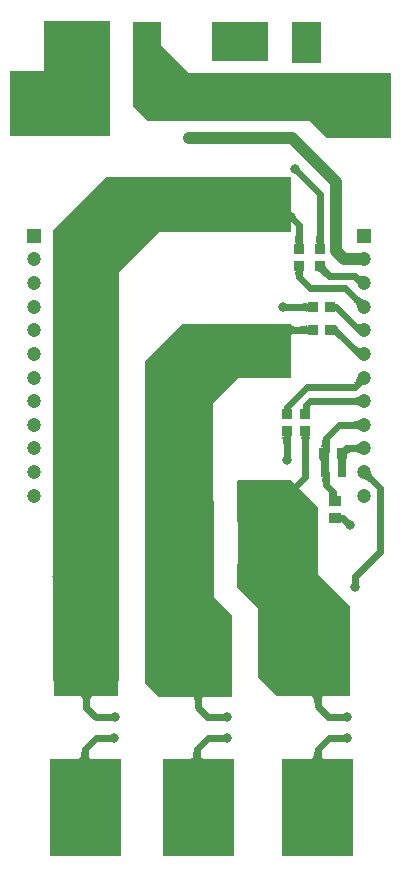
<source format=gtl>
G04*
G04 #@! TF.GenerationSoftware,Altium Limited,Altium Designer,20.0.2 (26)*
G04*
G04 Layer_Physical_Order=1*
G04 Layer_Color=255*
%FSLAX25Y25*%
%MOIN*%
G70*
G01*
G75*
%ADD11R,0.03740X0.03543*%
%ADD12R,0.21654X0.11221*%
%ADD13R,0.03543X0.03740*%
%ADD14R,0.03937X0.03347*%
%ADD15R,0.02953X0.03701*%
%ADD24C,0.03937*%
%ADD25C,0.02362*%
%ADD26C,0.04724*%
%ADD27R,0.04724X0.04724*%
%ADD28C,0.01575*%
%ADD29C,0.03150*%
G36*
X657990Y324000D02*
X639558Y324000D01*
X639442Y337000D01*
X657990Y337000D01*
Y324000D01*
D02*
G37*
G36*
X675661Y323661D02*
X675500Y323500D01*
X666171D01*
Y337000D01*
X675661D01*
Y323661D01*
D02*
G37*
G36*
X605521Y299072D02*
X605449Y299000D01*
X572000D01*
Y320537D01*
X583500D01*
Y337500D01*
X605521D01*
Y299072D01*
D02*
G37*
G36*
X622500Y329250D02*
X631750Y320000D01*
X699000D01*
Y298500D01*
X677500D01*
X672000Y304000D01*
X618173D01*
X613000Y309173D01*
X613000Y337000D01*
X622500D01*
X622500Y329250D01*
D02*
G37*
G36*
X676688Y265126D02*
X676742Y264370D01*
X676789Y264063D01*
X676850Y263803D01*
X676925Y263590D01*
X677013Y263425D01*
X677114Y263307D01*
X677229Y263236D01*
X677358Y263212D01*
X673642D01*
X673771Y263236D01*
X673886Y263307D01*
X673987Y263425D01*
X674075Y263590D01*
X674150Y263803D01*
X674211Y264063D01*
X674258Y264370D01*
X674292Y264724D01*
X674319Y265575D01*
X676681D01*
X676688Y265126D01*
D02*
G37*
G36*
X669637D02*
X669691Y264370D01*
X669738Y264063D01*
X669799Y263803D01*
X669874Y263590D01*
X669962Y263425D01*
X670063Y263307D01*
X670178Y263236D01*
X670307Y263212D01*
X666591D01*
X666719Y263236D01*
X666834Y263307D01*
X666936Y263425D01*
X667024Y263590D01*
X667099Y263803D01*
X667159Y264063D01*
X667207Y264370D01*
X667241Y264724D01*
X667268Y265575D01*
X669630D01*
X669637Y265126D01*
D02*
G37*
G36*
X677280Y256161D02*
X677265Y256024D01*
X677303Y255852D01*
X677393Y255646D01*
X677535Y255406D01*
X677729Y255131D01*
X677976Y254822D01*
X678625Y254101D01*
X679028Y253689D01*
X677260Y252117D01*
X676854Y252514D01*
X675834Y253400D01*
X675560Y253594D01*
X675319Y253736D01*
X675111Y253829D01*
X674936Y253870D01*
X674794Y253860D01*
X674684Y253800D01*
X677346Y256264D01*
X677280Y256161D01*
D02*
G37*
G36*
X670127Y253783D02*
X670043Y253732D01*
X669970Y253648D01*
X669906Y253530D01*
X669851Y253378D01*
X669807Y253193D01*
X669773Y252974D01*
X669748Y252721D01*
X669728Y252114D01*
X667366D01*
X667361Y252434D01*
X667322Y252974D01*
X667287Y253193D01*
X667243Y253378D01*
X667189Y253530D01*
X667125Y253648D01*
X667051Y253732D01*
X666967Y253783D01*
X666874Y253800D01*
X670221D01*
X670127Y253783D01*
D02*
G37*
G36*
X688266Y252927D02*
X688617Y252641D01*
X688785Y252529D01*
X688947Y252439D01*
X689105Y252371D01*
X689257Y252324D01*
X689404Y252298D01*
X689546Y252293D01*
X689682Y252310D01*
X687835Y249567D01*
X687806Y249680D01*
X687761Y249800D01*
X687699Y249928D01*
X687620Y250065D01*
X687524Y250209D01*
X687282Y250522D01*
X687136Y250690D01*
X686794Y251050D01*
X688082Y253103D01*
X688266Y252927D01*
D02*
G37*
G36*
X688727Y245230D02*
X689077Y244933D01*
X689244Y244813D01*
X689406Y244711D01*
X689562Y244628D01*
X689713Y244564D01*
X689859Y244519D01*
X689999Y244492D01*
X690134Y244484D01*
X687795Y242146D01*
X687787Y242281D01*
X687761Y242421D01*
X687715Y242567D01*
X687651Y242718D01*
X687568Y242874D01*
X687467Y243036D01*
X687347Y243203D01*
X687208Y243375D01*
X686874Y243736D01*
X688544Y245406D01*
X688727Y245230D01*
D02*
G37*
G36*
X671288Y240142D02*
X671264Y240271D01*
X671193Y240386D01*
X671075Y240487D01*
X670910Y240575D01*
X670697Y240650D01*
X670437Y240711D01*
X670130Y240758D01*
X669776Y240792D01*
X668925Y240819D01*
Y243181D01*
X669374Y243188D01*
X670130Y243242D01*
X670437Y243289D01*
X670697Y243350D01*
X670910Y243425D01*
X671075Y243513D01*
X671193Y243614D01*
X671264Y243729D01*
X671288Y243858D01*
Y240142D01*
D02*
G37*
G36*
X687692Y236766D02*
X687869Y236614D01*
X688038Y236487D01*
X688199Y236385D01*
X688351Y236309D01*
X688494Y236257D01*
X688630Y236230D01*
X688757Y236228D01*
X688876Y236252D01*
X688987Y236300D01*
X688040Y233201D01*
X686048Y235061D01*
X687507Y236943D01*
X687692Y236766D01*
D02*
G37*
G36*
X671288Y232642D02*
X671264Y232771D01*
X671193Y232886D01*
X671075Y232987D01*
X670910Y233075D01*
X670697Y233150D01*
X670437Y233211D01*
X670130Y233258D01*
X669776Y233292D01*
X668925Y233319D01*
Y235681D01*
X669374Y235688D01*
X670130Y235742D01*
X670437Y235789D01*
X670697Y235850D01*
X670910Y235925D01*
X671075Y236013D01*
X671193Y236114D01*
X671264Y236229D01*
X671288Y236358D01*
Y232642D01*
D02*
G37*
G36*
X680737Y236257D02*
X680813Y236114D01*
X680938Y235929D01*
X681113Y235701D01*
X681614Y235120D01*
X683218Y233452D01*
X682358Y230972D01*
X681817Y231496D01*
X680873Y232307D01*
X680470Y232594D01*
X680113Y232802D01*
X679802Y232931D01*
X679537Y232980D01*
X679318Y232951D01*
X679144Y232842D01*
X679017Y232654D01*
X680712Y236358D01*
X680737Y236257D01*
D02*
G37*
G36*
X687741Y228938D02*
X687918Y228786D01*
X688087Y228659D01*
X688249Y228557D01*
X688403Y228479D01*
X688548Y228426D01*
X688686Y228398D01*
X688817Y228395D01*
X688939Y228416D01*
X689054Y228462D01*
X688019Y225370D01*
X686070Y227260D01*
X687556Y229115D01*
X687741Y228938D01*
D02*
G37*
G36*
X690134Y216138D02*
X689999Y216130D01*
X689859Y216103D01*
X689713Y216058D01*
X689562Y215994D01*
X689406Y215911D01*
X689244Y215809D01*
X689077Y215689D01*
X688905Y215550D01*
X688544Y215216D01*
X686874Y216886D01*
X687050Y217069D01*
X687347Y217420D01*
X687467Y217586D01*
X687568Y217748D01*
X687651Y217904D01*
X687715Y218055D01*
X687761Y218201D01*
X687787Y218341D01*
X687795Y218476D01*
X690134Y216138D01*
D02*
G37*
G36*
X688471Y208972D02*
X688369Y209062D01*
X688251Y209142D01*
X688116Y209213D01*
X687964Y209275D01*
X687795Y209327D01*
X687609Y209369D01*
X687406Y209402D01*
X687186Y209426D01*
X686694Y209445D01*
Y211807D01*
X686948Y211812D01*
X687406Y211850D01*
X687609Y211883D01*
X687795Y211925D01*
X687964Y211977D01*
X688116Y212039D01*
X688251Y212109D01*
X688369Y212190D01*
X688471Y212280D01*
Y208972D01*
D02*
G37*
G36*
Y201098D02*
X688369Y201188D01*
X688251Y201269D01*
X688116Y201339D01*
X687964Y201401D01*
X687795Y201453D01*
X687609Y201495D01*
X687406Y201528D01*
X687186Y201552D01*
X686694Y201571D01*
Y203933D01*
X686948Y203938D01*
X687406Y203976D01*
X687609Y204009D01*
X687795Y204051D01*
X687964Y204103D01*
X688116Y204165D01*
X688251Y204235D01*
X688369Y204316D01*
X688471Y204405D01*
Y201098D01*
D02*
G37*
G36*
X672363Y198764D02*
X672248Y198693D01*
X672147Y198575D01*
X672059Y198410D01*
X671984Y198197D01*
X671923Y197937D01*
X671876Y197630D01*
X671842Y197276D01*
X671815Y196425D01*
X669453D01*
X669446Y196874D01*
X669392Y197630D01*
X669344Y197937D01*
X669283Y198197D01*
X669209Y198410D01*
X669121Y198575D01*
X669020Y198693D01*
X668904Y198764D01*
X668776Y198788D01*
X672492D01*
X672363Y198764D01*
D02*
G37*
G36*
X666064D02*
X665949Y198693D01*
X665847Y198575D01*
X665760Y198410D01*
X665685Y198197D01*
X665624Y197937D01*
X665577Y197630D01*
X665543Y197276D01*
X665516Y196425D01*
X663154D01*
X663147Y196874D01*
X663093Y197630D01*
X663045Y197937D01*
X662984Y198197D01*
X662910Y198410D01*
X662822Y198575D01*
X662720Y198693D01*
X662605Y198764D01*
X662477Y198788D01*
X666193D01*
X666064Y198764D01*
D02*
G37*
G36*
X678567Y195311D02*
X675047D01*
X675270Y195334D01*
X675468Y195405D01*
X675644Y195523D01*
X675796Y195689D01*
X675924Y195901D01*
X676029Y196161D01*
X676111Y196468D01*
X676170Y196823D01*
X676205Y197224D01*
X676217Y197673D01*
X678579D01*
X678567Y195311D01*
D02*
G37*
G36*
X688471Y193224D02*
X688369Y193314D01*
X688251Y193394D01*
X688116Y193465D01*
X687964Y193527D01*
X687795Y193579D01*
X687609Y193621D01*
X687406Y193654D01*
X687186Y193678D01*
X686751Y193695D01*
X686386Y193685D01*
X685984Y193650D01*
X685630Y193591D01*
X685323Y193508D01*
X685063Y193402D01*
X684850Y193272D01*
X684685Y193118D01*
X684567Y192941D01*
X684496Y192740D01*
X684472Y192516D01*
Y195311D01*
X684496Y195453D01*
X684567Y195580D01*
X684685Y195692D01*
X684850Y195790D01*
X685063Y195872D01*
X685323Y195939D01*
X685630Y195992D01*
X685984Y196029D01*
X686694Y196054D01*
Y196059D01*
X686948Y196064D01*
X687406Y196102D01*
X687609Y196135D01*
X687795Y196177D01*
X687964Y196229D01*
X688116Y196291D01*
X688251Y196361D01*
X688369Y196442D01*
X688471Y196531D01*
Y193224D01*
D02*
G37*
G36*
X684366Y191571D02*
X684272Y191500D01*
X684188Y191382D01*
X684116Y191217D01*
X684055Y191004D01*
X684004Y190744D01*
X683965Y190437D01*
X683954Y190241D01*
X684025Y189216D01*
X684065Y189051D01*
X684110Y188933D01*
X684162Y188862D01*
X684220Y188838D01*
X681291D01*
X681341Y188862D01*
X681386Y188933D01*
X681425Y189051D01*
X681459Y189216D01*
X681488Y189429D01*
X681525Y189938D01*
X681457Y190744D01*
X681403Y191004D01*
X681337Y191217D01*
X681259Y191382D01*
X681169Y191500D01*
X681067Y191571D01*
X680953Y191595D01*
X684472D01*
X684366Y191571D01*
D02*
G37*
G36*
X678498D02*
X678437Y191500D01*
X678383Y191382D01*
X678336Y191217D01*
X678297Y191004D01*
X678264Y190744D01*
X678239Y190362D01*
X678287Y189689D01*
X678332Y189429D01*
X678387Y189216D01*
X678453Y189051D01*
X678528Y188933D01*
X678613Y188862D01*
X678709Y188838D01*
X675780D01*
X675792Y188862D01*
X675803Y188933D01*
X675813Y189051D01*
X675832Y189739D01*
X675773Y190437D01*
X675717Y190744D01*
X675645Y191004D01*
X675558Y191217D01*
X675454Y191382D01*
X675334Y191500D01*
X675199Y191571D01*
X675047Y191595D01*
X678567D01*
X678498Y191571D01*
D02*
G37*
G36*
X692528Y186845D02*
X692554Y186705D01*
X692600Y186559D01*
X692664Y186408D01*
X692747Y186252D01*
X692848Y186090D01*
X692969Y185923D01*
X693107Y185751D01*
X693441Y185390D01*
X691771Y183720D01*
X691588Y183896D01*
X691238Y184193D01*
X691071Y184313D01*
X690909Y184415D01*
X690753Y184497D01*
X690602Y184562D01*
X690456Y184607D01*
X690316Y184634D01*
X690181Y184642D01*
X692520Y186980D01*
X692528Y186845D01*
D02*
G37*
G36*
X678711Y185138D02*
X678713Y185067D01*
X678721Y182799D01*
X676358D01*
X676353Y183248D01*
X676266Y184311D01*
X676214Y184571D01*
X676150Y184784D01*
X676075Y184949D01*
X675988Y185067D01*
X675890Y185138D01*
X675780Y185162D01*
X678709D01*
X678711Y185138D01*
D02*
G37*
G36*
X680896Y180237D02*
X680945Y179461D01*
X680968Y179336D01*
X680994Y179239D01*
X681025Y179169D01*
X681060Y179128D01*
X681099Y179114D01*
X678544D01*
X678541Y179128D01*
X678539Y179169D01*
X678532Y180500D01*
X680894D01*
X680896Y180237D01*
D02*
G37*
G36*
X665661Y267000D02*
X621775Y267000D01*
X608500Y253724D01*
X608500Y117500D01*
X586500D01*
Y152169D01*
X586169Y152500D01*
X586500Y152831D01*
Y267819D01*
X604181Y285500D01*
X665661D01*
Y267000D01*
D02*
G37*
G36*
X674919Y175388D02*
Y152831D01*
X685500Y142250D01*
X685500Y112500D01*
X676717D01*
X676606Y112461D01*
X676429Y112342D01*
X676276Y112176D01*
X676146Y111962D01*
X676039Y111701D01*
X675957Y111392D01*
X675898Y111036D01*
X675862Y110632D01*
X675850Y110181D01*
X673488D01*
X673476Y110632D01*
X673441Y111036D01*
X673382Y111392D01*
X673299Y111701D01*
X673193Y111962D01*
X673063Y112176D01*
X672909Y112342D01*
X672732Y112461D01*
X672621Y112500D01*
X660890D01*
X654736Y118654D01*
X654736Y141736D01*
X647904Y148568D01*
Y156526D01*
X648026Y156648D01*
X647906Y184043D01*
X648259Y184398D01*
X665909Y184398D01*
X674919Y175388D01*
D02*
G37*
G36*
X665909Y218500D02*
X648357D01*
X639928Y210072D01*
X640014Y145207D01*
X646000Y139220D01*
X646000Y112000D01*
X636389D01*
X636366Y111962D01*
X636260Y111701D01*
X636177Y111392D01*
X636118Y111036D01*
X636083Y110632D01*
X636071Y110181D01*
X633709D01*
X633697Y110632D01*
X633661Y111036D01*
X633602Y111392D01*
X633520Y111701D01*
X633413Y111962D01*
X633390Y112000D01*
X621740D01*
X617000Y116740D01*
X617000Y224075D01*
X629425Y236500D01*
X665909D01*
Y218500D01*
D02*
G37*
G36*
X599789Y112532D02*
X599589Y112460D01*
X599411Y112342D01*
X599258Y112176D01*
X599128Y111962D01*
X599022Y111701D01*
X598939Y111392D01*
X598880Y111036D01*
X598845Y110632D01*
X598833Y110181D01*
X596471D01*
X596459Y110632D01*
X596423Y111036D01*
X596364Y111392D01*
X596282Y111701D01*
X596175Y111962D01*
X596045Y112176D01*
X595892Y112342D01*
X595715Y112460D01*
X595514Y112532D01*
X595290Y112556D01*
X600014D01*
X599789Y112532D01*
D02*
G37*
G36*
X675862Y93370D02*
X675898Y92968D01*
X675957Y92614D01*
X676039Y92307D01*
X676146Y92047D01*
X676276Y91834D01*
X676429Y91669D01*
X676606Y91551D01*
X676751Y91500D01*
X686480D01*
Y59018D01*
X663212Y58999D01*
X662858Y59352D01*
Y91500D01*
X672588D01*
X672732Y91551D01*
X672909Y91669D01*
X673063Y91834D01*
X673193Y92047D01*
X673299Y92307D01*
X673382Y92614D01*
X673441Y92968D01*
X673476Y93370D01*
X673488Y93819D01*
X675850D01*
X675862Y93370D01*
D02*
G37*
G36*
X598240Y93370D02*
X598276Y92968D01*
X598335Y92614D01*
X598417Y92307D01*
X598524Y92047D01*
X598654Y91834D01*
X598807Y91669D01*
X598984Y91551D01*
X599185Y91480D01*
X599409Y91457D01*
X609201D01*
Y58999D01*
X585579D01*
Y91457D01*
X594685D01*
X594909Y91480D01*
X595110Y91551D01*
X595287Y91669D01*
X595441Y91834D01*
X595571Y92047D01*
X595677Y92307D01*
X595760Y92614D01*
X595819Y92968D01*
X595854Y93370D01*
X595866Y93819D01*
X598228D01*
X598240Y93370D01*
D02*
G37*
G36*
X635693D02*
X635728Y92968D01*
X635787Y92614D01*
X635870Y92307D01*
X635976Y92047D01*
X636106Y91834D01*
X636260Y91669D01*
X636437Y91551D01*
X636582Y91500D01*
X646701D01*
Y58999D01*
X623414Y58999D01*
X623061Y59352D01*
X623079Y91500D01*
X632418D01*
X632563Y91551D01*
X632740Y91669D01*
X632894Y91834D01*
X633024Y92047D01*
X633130Y92307D01*
X633213Y92614D01*
X633272Y92968D01*
X633307Y93370D01*
X633319Y93819D01*
X635681D01*
X635693Y93370D01*
D02*
G37*
D11*
X675500Y261453D02*
D03*
Y255547D02*
D03*
X670634Y206453D02*
D03*
Y200547D02*
D03*
X664335Y206453D02*
D03*
Y200547D02*
D03*
X668449Y255547D02*
D03*
Y261453D02*
D03*
D12*
X597390Y85858D02*
D03*
Y118142D02*
D03*
X674669Y85858D02*
D03*
Y118142D02*
D03*
X634890Y85858D02*
D03*
Y118142D02*
D03*
D13*
X682713Y193453D02*
D03*
X676807D02*
D03*
X678953Y234500D02*
D03*
X673047D02*
D03*
X678953Y242000D02*
D03*
X673047D02*
D03*
D14*
X680500Y177453D02*
D03*
Y171547D02*
D03*
D15*
X682756Y187000D02*
D03*
X677244D02*
D03*
D24*
X631701Y298500D02*
X666000D01*
X680780Y283720D01*
Y260827D02*
Y283720D01*
Y260827D02*
X683586Y258021D01*
X690007D01*
X690158Y257870D01*
D25*
X690039Y194878D02*
X690098Y194937D01*
X684138Y194878D02*
X690039D01*
X683402Y194142D02*
X684138Y194878D01*
X683303Y194142D02*
X683402D01*
X682713Y193551D02*
X683303Y194142D01*
X682713Y193453D02*
Y193551D01*
X677398Y198441D02*
X681709Y202752D01*
X677398Y194043D02*
Y198441D01*
X676807Y193453D02*
X677398Y194043D01*
X676807Y193453D02*
X677026Y193234D01*
Y187219D02*
Y193234D01*
Y187219D02*
X677244Y187000D01*
X682713Y193453D02*
X682734Y193431D01*
Y187022D02*
Y193431D01*
Y187022D02*
X682756Y187000D01*
X677244D02*
X677539Y186705D01*
Y182673D02*
Y186705D01*
Y182673D02*
X679713Y180500D01*
Y177945D02*
Y180500D01*
Y177945D02*
X680205Y177453D01*
X680500D01*
X683240Y171547D02*
X685287Y169500D01*
X680500Y171547D02*
X683240D01*
X685287Y169500D02*
X685500D01*
X667181Y288000D02*
X675500Y279681D01*
Y261453D02*
Y279681D01*
X665661Y272000D02*
X665736D01*
X668449Y269287D01*
X665812Y234500D02*
X673047D01*
X663102Y242000D02*
X673047D01*
X666488Y181256D02*
X670634Y185402D01*
X664335Y191000D02*
Y200547D01*
X670634Y185402D02*
Y200547D01*
X663839Y200051D02*
X664335Y200547D01*
X675500Y255547D02*
X678547Y252500D01*
X687014D01*
X689518Y249996D01*
X600660Y105500D02*
X607087D01*
X597652Y108509D02*
X600660Y105500D01*
X597652Y108509D02*
Y117880D01*
X597390Y118142D02*
X597652Y117880D01*
X597047Y86201D02*
X597390Y85858D01*
X597047Y86201D02*
Y94717D01*
X600831Y98500D01*
X606902D01*
X634500Y86248D02*
X634890Y85858D01*
X634500Y86248D02*
Y94728D01*
X638272Y98500D01*
X644402D01*
X634890Y118142D02*
X634890Y118142D01*
X634890Y108563D02*
Y118142D01*
Y108563D02*
X637953Y105500D01*
X644500D01*
X674669Y94717D02*
X678453Y98500D01*
X674669Y85858D02*
Y94717D01*
X678453Y98500D02*
X684500D01*
X678169Y105500D02*
X684469D01*
X674669Y109000D02*
X678169Y105500D01*
X674669Y109000D02*
Y118142D01*
X681709Y202752D02*
X690158D01*
X690098Y194937D02*
X690158Y194878D01*
Y187004D02*
X695341Y181820D01*
Y160361D02*
Y181820D01*
X687240Y152260D02*
X695341Y160361D01*
X687240Y148760D02*
Y152260D01*
X687157Y215500D02*
X690158Y218500D01*
X671000Y215500D02*
X687157D01*
X664335Y208835D02*
X671000Y215500D01*
X664335Y206453D02*
Y208835D01*
X670732Y206453D02*
Y209232D01*
X672126Y210626D01*
X670634Y206453D02*
X670732D01*
X672126Y210626D02*
X690158D01*
X688531Y234248D02*
X690158D01*
X680780Y242000D02*
X688531Y234248D01*
X678953Y242000D02*
X680780D01*
X688174Y226826D02*
X689706D01*
X680500Y234500D02*
X688174Y226826D01*
X678953Y234500D02*
X680500D01*
X689706Y226826D02*
X690158Y226374D01*
X668449Y261453D02*
Y269287D01*
X668547Y252114D02*
Y255547D01*
X683779Y248500D02*
X690158Y242122D01*
X672161Y248500D02*
X683779D01*
X668547Y252114D02*
X672161Y248500D01*
X689518Y249996D02*
X690158D01*
X668449Y255547D02*
X668547D01*
D26*
X690158Y179130D02*
D03*
Y187004D02*
D03*
Y194878D02*
D03*
Y202752D02*
D03*
Y210626D02*
D03*
Y218500D02*
D03*
Y226374D02*
D03*
Y234248D02*
D03*
Y242122D02*
D03*
Y249996D02*
D03*
Y257870D02*
D03*
X580000Y179130D02*
D03*
Y187004D02*
D03*
Y194878D02*
D03*
Y202752D02*
D03*
Y210626D02*
D03*
Y218500D02*
D03*
Y226374D02*
D03*
Y234248D02*
D03*
Y242122D02*
D03*
Y249996D02*
D03*
Y257870D02*
D03*
D27*
X690158Y265744D02*
D03*
X580000D02*
D03*
D28*
X685038Y77953D02*
D03*
Y75590D02*
D03*
Y73228D02*
D03*
Y70866D02*
D03*
Y68504D02*
D03*
Y66142D02*
D03*
Y63779D02*
D03*
Y61417D02*
D03*
X682676Y77953D02*
D03*
Y75590D02*
D03*
Y73228D02*
D03*
Y70866D02*
D03*
Y68504D02*
D03*
Y66142D02*
D03*
Y63779D02*
D03*
Y61417D02*
D03*
X680314Y77953D02*
D03*
Y75590D02*
D03*
Y73228D02*
D03*
Y70866D02*
D03*
Y68504D02*
D03*
Y66142D02*
D03*
Y63779D02*
D03*
Y61417D02*
D03*
X677951Y77953D02*
D03*
Y75590D02*
D03*
Y73228D02*
D03*
Y70866D02*
D03*
Y68504D02*
D03*
Y66142D02*
D03*
Y63779D02*
D03*
Y61417D02*
D03*
X675589Y77953D02*
D03*
Y75590D02*
D03*
Y73228D02*
D03*
Y70866D02*
D03*
Y68504D02*
D03*
Y66142D02*
D03*
Y63779D02*
D03*
Y61417D02*
D03*
X673227Y77953D02*
D03*
Y75590D02*
D03*
Y73228D02*
D03*
Y70866D02*
D03*
Y68504D02*
D03*
Y66142D02*
D03*
Y63779D02*
D03*
Y61417D02*
D03*
X670865Y77953D02*
D03*
Y75590D02*
D03*
Y73228D02*
D03*
Y70866D02*
D03*
Y68504D02*
D03*
Y66142D02*
D03*
Y63779D02*
D03*
Y61417D02*
D03*
X668503Y77953D02*
D03*
Y75590D02*
D03*
Y73228D02*
D03*
Y70866D02*
D03*
Y68504D02*
D03*
Y66142D02*
D03*
Y63779D02*
D03*
Y61417D02*
D03*
X666140Y77953D02*
D03*
Y75590D02*
D03*
Y73228D02*
D03*
Y70866D02*
D03*
Y68504D02*
D03*
Y66142D02*
D03*
Y63779D02*
D03*
Y61417D02*
D03*
X663778Y77953D02*
D03*
Y75590D02*
D03*
Y73228D02*
D03*
Y70866D02*
D03*
Y68504D02*
D03*
Y66142D02*
D03*
Y63779D02*
D03*
Y61417D02*
D03*
X644881Y77953D02*
D03*
Y75590D02*
D03*
Y73228D02*
D03*
Y70866D02*
D03*
Y68504D02*
D03*
Y66142D02*
D03*
Y63779D02*
D03*
Y61417D02*
D03*
X642518Y77953D02*
D03*
Y75590D02*
D03*
Y73228D02*
D03*
Y70866D02*
D03*
Y68504D02*
D03*
Y66142D02*
D03*
Y63779D02*
D03*
Y61417D02*
D03*
X640156Y77953D02*
D03*
Y75590D02*
D03*
Y73228D02*
D03*
Y70866D02*
D03*
Y68504D02*
D03*
Y66142D02*
D03*
Y63779D02*
D03*
Y61417D02*
D03*
X637794Y77953D02*
D03*
Y75590D02*
D03*
Y73228D02*
D03*
Y70866D02*
D03*
Y68504D02*
D03*
Y66142D02*
D03*
Y63779D02*
D03*
Y61417D02*
D03*
X635432Y77953D02*
D03*
Y75590D02*
D03*
Y73228D02*
D03*
Y70866D02*
D03*
Y68504D02*
D03*
Y66142D02*
D03*
Y63779D02*
D03*
Y61417D02*
D03*
X633070Y77953D02*
D03*
Y75590D02*
D03*
Y73228D02*
D03*
Y70866D02*
D03*
Y68504D02*
D03*
Y66142D02*
D03*
Y63779D02*
D03*
Y61417D02*
D03*
X630707Y77953D02*
D03*
Y75590D02*
D03*
Y73228D02*
D03*
Y70866D02*
D03*
Y68504D02*
D03*
Y66142D02*
D03*
Y63779D02*
D03*
Y61417D02*
D03*
X628345Y77953D02*
D03*
Y75590D02*
D03*
Y73228D02*
D03*
Y70866D02*
D03*
Y68504D02*
D03*
Y66142D02*
D03*
Y63779D02*
D03*
Y61417D02*
D03*
X625983Y77953D02*
D03*
Y75590D02*
D03*
Y73228D02*
D03*
Y70866D02*
D03*
Y68504D02*
D03*
Y66142D02*
D03*
Y63779D02*
D03*
Y61417D02*
D03*
X607085Y77953D02*
D03*
Y75590D02*
D03*
Y73228D02*
D03*
Y70866D02*
D03*
Y68504D02*
D03*
Y66142D02*
D03*
Y63779D02*
D03*
Y61417D02*
D03*
X604723Y77953D02*
D03*
Y75590D02*
D03*
Y73228D02*
D03*
Y70866D02*
D03*
Y68504D02*
D03*
Y66142D02*
D03*
Y63779D02*
D03*
Y61417D02*
D03*
X602361Y77953D02*
D03*
Y75590D02*
D03*
Y73228D02*
D03*
Y70866D02*
D03*
Y68504D02*
D03*
Y66142D02*
D03*
Y63779D02*
D03*
Y61417D02*
D03*
X599999Y77953D02*
D03*
Y75590D02*
D03*
Y73228D02*
D03*
Y70866D02*
D03*
Y68504D02*
D03*
Y66142D02*
D03*
Y63779D02*
D03*
Y61417D02*
D03*
X597637Y77953D02*
D03*
Y75590D02*
D03*
Y73228D02*
D03*
Y70866D02*
D03*
Y68504D02*
D03*
Y66142D02*
D03*
Y63779D02*
D03*
Y61417D02*
D03*
X595274Y77953D02*
D03*
Y75590D02*
D03*
Y73228D02*
D03*
Y70866D02*
D03*
Y68504D02*
D03*
Y66142D02*
D03*
Y63779D02*
D03*
Y61417D02*
D03*
X592912Y77953D02*
D03*
Y75590D02*
D03*
Y73228D02*
D03*
Y70866D02*
D03*
Y68504D02*
D03*
Y66142D02*
D03*
Y63779D02*
D03*
Y61417D02*
D03*
X590550Y77953D02*
D03*
Y75590D02*
D03*
Y73228D02*
D03*
Y70866D02*
D03*
Y68504D02*
D03*
Y66142D02*
D03*
Y63779D02*
D03*
Y61417D02*
D03*
X588188Y77953D02*
D03*
Y75590D02*
D03*
Y73228D02*
D03*
Y70866D02*
D03*
Y68504D02*
D03*
Y66142D02*
D03*
Y63779D02*
D03*
Y61417D02*
D03*
X649615Y170000D02*
D03*
X651977D02*
D03*
X654340D02*
D03*
X656702D02*
D03*
X659064D02*
D03*
X661426D02*
D03*
X663788D02*
D03*
X649605Y172500D02*
D03*
X651967D02*
D03*
X654329D02*
D03*
X656692D02*
D03*
X659054D02*
D03*
X661416D02*
D03*
X663778D02*
D03*
X649500Y183500D02*
D03*
X651862D02*
D03*
X654224D02*
D03*
X656587D02*
D03*
X658949D02*
D03*
X661311D02*
D03*
X663673D02*
D03*
X649500Y181407D02*
D03*
X651862D02*
D03*
X654224D02*
D03*
X656587D02*
D03*
X658949D02*
D03*
X661311D02*
D03*
X663673D02*
D03*
X649500Y179500D02*
D03*
X651862D02*
D03*
X654224D02*
D03*
X656587D02*
D03*
X658949D02*
D03*
X661311D02*
D03*
X663673D02*
D03*
X663778Y177165D02*
D03*
Y174803D02*
D03*
X661416Y177165D02*
D03*
Y174803D02*
D03*
X659054Y177165D02*
D03*
Y174803D02*
D03*
X656692Y177165D02*
D03*
Y174803D02*
D03*
X654329Y177165D02*
D03*
Y174803D02*
D03*
X651967Y177165D02*
D03*
Y174803D02*
D03*
X649605Y177165D02*
D03*
Y174803D02*
D03*
X653992Y233858D02*
D03*
X656354D02*
D03*
X660974D02*
D03*
X658611D02*
D03*
X654329Y231496D02*
D03*
X656692D02*
D03*
X661311D02*
D03*
X658949D02*
D03*
X649500D02*
D03*
Y233858D02*
D03*
X651862Y231496D02*
D03*
Y233858D02*
D03*
X659054Y222138D02*
D03*
Y224500D02*
D03*
X661416Y222138D02*
D03*
Y224500D02*
D03*
X654329Y222047D02*
D03*
Y224409D02*
D03*
X656692Y222047D02*
D03*
Y224409D02*
D03*
X649615Y222047D02*
D03*
Y224409D02*
D03*
X651977Y222047D02*
D03*
Y224409D02*
D03*
X663778Y229133D02*
D03*
Y226771D02*
D03*
X661416Y229133D02*
D03*
Y226771D02*
D03*
X659054Y229133D02*
D03*
Y226771D02*
D03*
X656692Y229133D02*
D03*
Y226771D02*
D03*
X654329Y229133D02*
D03*
Y226771D02*
D03*
X651967Y229133D02*
D03*
Y226771D02*
D03*
X649605Y229133D02*
D03*
Y226771D02*
D03*
X647243Y233858D02*
D03*
Y231496D02*
D03*
Y229133D02*
D03*
Y226771D02*
D03*
Y224409D02*
D03*
Y222047D02*
D03*
X644881Y233858D02*
D03*
Y231496D02*
D03*
Y229133D02*
D03*
Y226771D02*
D03*
Y224409D02*
D03*
Y222047D02*
D03*
Y219685D02*
D03*
X658500Y271616D02*
D03*
X653808Y271732D02*
D03*
X658793Y273993D02*
D03*
X661079Y271616D02*
D03*
Y273978D02*
D03*
X656354Y271616D02*
D03*
Y273978D02*
D03*
X651677Y280963D02*
D03*
Y283325D02*
D03*
X653992Y280963D02*
D03*
Y283325D02*
D03*
X656354Y280963D02*
D03*
Y283325D02*
D03*
X658716Y281065D02*
D03*
Y283427D02*
D03*
X661079Y280963D02*
D03*
Y283325D02*
D03*
X663441Y280963D02*
D03*
Y283325D02*
D03*
X647072Y283515D02*
D03*
X651659Y271769D02*
D03*
X651829Y274030D02*
D03*
X663441Y278703D02*
D03*
Y276341D02*
D03*
X661079Y278703D02*
D03*
Y276341D02*
D03*
X658716Y278703D02*
D03*
Y276341D02*
D03*
X656354Y278703D02*
D03*
Y276341D02*
D03*
X653992Y278703D02*
D03*
Y276341D02*
D03*
X651630Y278703D02*
D03*
Y276341D02*
D03*
X649268Y278703D02*
D03*
Y276341D02*
D03*
X646906Y281065D02*
D03*
Y278703D02*
D03*
Y276341D02*
D03*
Y273978D02*
D03*
Y271616D02*
D03*
X644543Y281065D02*
D03*
Y278703D02*
D03*
Y276341D02*
D03*
Y273978D02*
D03*
Y271616D02*
D03*
X654329Y274015D02*
D03*
X649500Y271754D02*
D03*
X649268Y274030D02*
D03*
Y281000D02*
D03*
Y283362D02*
D03*
X645000Y283464D02*
D03*
X656692Y333070D02*
D03*
Y328346D02*
D03*
X655511Y335432D02*
D03*
X654329Y333070D02*
D03*
X655511Y330708D02*
D03*
X654329Y328346D02*
D03*
X655511Y325984D02*
D03*
X653148Y335432D02*
D03*
X651967Y333070D02*
D03*
X653148Y330708D02*
D03*
X651967Y328346D02*
D03*
X653148Y325984D02*
D03*
X650786Y335432D02*
D03*
X649605Y333070D02*
D03*
X650786Y330708D02*
D03*
X649605Y328346D02*
D03*
X650786Y325984D02*
D03*
X648424Y335432D02*
D03*
X647243Y333070D02*
D03*
X648424Y330708D02*
D03*
X647243Y328346D02*
D03*
X648424Y325984D02*
D03*
X646062Y335432D02*
D03*
X644881Y333070D02*
D03*
X646062Y330708D02*
D03*
X644881Y328346D02*
D03*
X646062Y325984D02*
D03*
X643700Y335432D02*
D03*
X642518Y333070D02*
D03*
X643700Y330708D02*
D03*
X642518Y328346D02*
D03*
X643700Y325984D02*
D03*
X641337Y335432D02*
D03*
Y330708D02*
D03*
Y325984D02*
D03*
X603542Y335432D02*
D03*
X602361Y333070D02*
D03*
X603542Y330708D02*
D03*
X602361Y328346D02*
D03*
X603542Y325984D02*
D03*
X602361Y323621D02*
D03*
X603542Y321259D02*
D03*
X602361Y318897D02*
D03*
X603542Y316535D02*
D03*
X602361Y314173D02*
D03*
X603542Y311810D02*
D03*
X602361Y309448D02*
D03*
X603542Y307086D02*
D03*
X602361Y304724D02*
D03*
X603542Y302362D02*
D03*
X602361Y299999D02*
D03*
X601180Y335432D02*
D03*
X599999Y333070D02*
D03*
X601180Y330708D02*
D03*
X599999Y328346D02*
D03*
X601180Y325984D02*
D03*
X599999Y323621D02*
D03*
X601180Y321259D02*
D03*
X599999Y318897D02*
D03*
X601180Y316535D02*
D03*
X599999Y314173D02*
D03*
X601180Y311810D02*
D03*
X599999Y309448D02*
D03*
X601180Y307086D02*
D03*
X599999Y304724D02*
D03*
X601180Y302362D02*
D03*
X599999Y299999D02*
D03*
X598818Y335432D02*
D03*
X597637Y333070D02*
D03*
X598818Y330708D02*
D03*
X597637Y328346D02*
D03*
X598818Y325984D02*
D03*
X597637Y323621D02*
D03*
X598818Y321259D02*
D03*
X597637Y318897D02*
D03*
X598818Y316535D02*
D03*
X597637Y314173D02*
D03*
X598818Y311810D02*
D03*
X597637Y309448D02*
D03*
X598818Y307086D02*
D03*
X597637Y304724D02*
D03*
X598818Y302362D02*
D03*
X597637Y299999D02*
D03*
X596455Y335432D02*
D03*
X595274Y333070D02*
D03*
X596455Y330708D02*
D03*
X595274Y328346D02*
D03*
X596455Y325984D02*
D03*
X595274Y323621D02*
D03*
X596455Y321259D02*
D03*
X595274Y318897D02*
D03*
X596455Y316535D02*
D03*
X595274Y314173D02*
D03*
X596455Y311810D02*
D03*
X595274Y309448D02*
D03*
X596455Y307086D02*
D03*
X595274Y304724D02*
D03*
X596455Y302362D02*
D03*
X595274Y299999D02*
D03*
X594093Y335432D02*
D03*
X592912Y333070D02*
D03*
X594093Y330708D02*
D03*
X592912Y328346D02*
D03*
X594093Y325984D02*
D03*
X592912Y323621D02*
D03*
X594093Y321259D02*
D03*
X592912Y318897D02*
D03*
X594093Y316535D02*
D03*
X592912Y314173D02*
D03*
X594093Y311810D02*
D03*
X592912Y309448D02*
D03*
X594093Y307086D02*
D03*
X592912Y304724D02*
D03*
X594093Y302362D02*
D03*
X592912Y299999D02*
D03*
X591731Y335432D02*
D03*
X590550Y333070D02*
D03*
X591731Y330708D02*
D03*
X590550Y328346D02*
D03*
X591731Y325984D02*
D03*
X590550Y323621D02*
D03*
X591731Y321259D02*
D03*
X590550Y318897D02*
D03*
X591731Y316535D02*
D03*
X590550Y314173D02*
D03*
X591731Y311810D02*
D03*
X590550Y309448D02*
D03*
X591731Y307086D02*
D03*
X590550Y304724D02*
D03*
X591731Y302362D02*
D03*
X590550Y299999D02*
D03*
X589369Y335432D02*
D03*
X588188Y333070D02*
D03*
X589369Y330708D02*
D03*
X588188Y328346D02*
D03*
X589369Y325984D02*
D03*
X588188Y323621D02*
D03*
X589369Y321259D02*
D03*
X588188Y318897D02*
D03*
X589369Y316535D02*
D03*
X588188Y314173D02*
D03*
X589369Y311810D02*
D03*
X588188Y309448D02*
D03*
X589369Y307086D02*
D03*
X588188Y304724D02*
D03*
X589369Y302362D02*
D03*
X588188Y299999D02*
D03*
X587007Y335432D02*
D03*
X585826Y333070D02*
D03*
X587007Y330708D02*
D03*
X585826Y328346D02*
D03*
X587007Y325984D02*
D03*
X585826Y323621D02*
D03*
X587007Y321259D02*
D03*
X585826Y318897D02*
D03*
X587007Y316535D02*
D03*
X585826Y314173D02*
D03*
X587007Y311810D02*
D03*
X585826Y309448D02*
D03*
X587007Y307086D02*
D03*
X585826Y304724D02*
D03*
X587007Y302362D02*
D03*
X585826Y299999D02*
D03*
X584645Y335432D02*
D03*
Y330708D02*
D03*
Y325984D02*
D03*
Y321259D02*
D03*
X583463Y318897D02*
D03*
X584645Y316535D02*
D03*
X583463Y314173D02*
D03*
X584645Y311810D02*
D03*
X583463Y309448D02*
D03*
X584645Y307086D02*
D03*
X583463Y304724D02*
D03*
X584645Y302362D02*
D03*
X583463Y299999D02*
D03*
X581101Y318897D02*
D03*
X582282Y316535D02*
D03*
X581101Y314173D02*
D03*
X582282Y311810D02*
D03*
X581101Y309448D02*
D03*
X582282Y307086D02*
D03*
X581101Y304724D02*
D03*
X582282Y302362D02*
D03*
X581101Y299999D02*
D03*
X578739Y318897D02*
D03*
X579920Y316535D02*
D03*
X578739Y314173D02*
D03*
X579920Y311810D02*
D03*
X578739Y309448D02*
D03*
X579920Y307086D02*
D03*
X578739Y304724D02*
D03*
X579920Y302362D02*
D03*
X578739Y299999D02*
D03*
X576377Y318897D02*
D03*
X577558Y316535D02*
D03*
X576377Y314173D02*
D03*
X577558Y311810D02*
D03*
X576377Y309448D02*
D03*
X577558Y307086D02*
D03*
X576377Y304724D02*
D03*
X577558Y302362D02*
D03*
X576377Y299999D02*
D03*
X574015Y318897D02*
D03*
X575196Y316535D02*
D03*
X574015Y314173D02*
D03*
X575196Y311810D02*
D03*
X574015Y309448D02*
D03*
X575196Y307086D02*
D03*
X574015Y304724D02*
D03*
X575196Y302362D02*
D03*
X574015Y299999D02*
D03*
X696802Y318897D02*
D03*
X697983Y316535D02*
D03*
X696802Y314173D02*
D03*
X697983Y311810D02*
D03*
X696802Y309448D02*
D03*
X697983Y307086D02*
D03*
X696802Y304724D02*
D03*
X697983Y302362D02*
D03*
X696802Y299999D02*
D03*
X694439Y318897D02*
D03*
X695620Y316535D02*
D03*
X694439Y314173D02*
D03*
X695620Y311810D02*
D03*
X694439Y309448D02*
D03*
X695620Y307086D02*
D03*
X694439Y304724D02*
D03*
X695620Y302362D02*
D03*
X694439Y299999D02*
D03*
X692077Y318897D02*
D03*
X693258Y316535D02*
D03*
X692077Y314173D02*
D03*
X693258Y311810D02*
D03*
X692077Y309448D02*
D03*
X693258Y307086D02*
D03*
X692077Y304724D02*
D03*
X693258Y302362D02*
D03*
X692077Y299999D02*
D03*
X689715Y318897D02*
D03*
X690896Y316535D02*
D03*
X689715Y314173D02*
D03*
X690896Y311810D02*
D03*
X689715Y309448D02*
D03*
X690896Y307086D02*
D03*
X689715Y304724D02*
D03*
X690896Y302362D02*
D03*
X689715Y299999D02*
D03*
X687353Y318897D02*
D03*
X688534Y316535D02*
D03*
X687353Y314173D02*
D03*
X688534Y311810D02*
D03*
X687353Y309448D02*
D03*
X688534Y307086D02*
D03*
X687353Y304724D02*
D03*
X688534Y302362D02*
D03*
X687353Y299999D02*
D03*
X684991Y318897D02*
D03*
X686172Y316535D02*
D03*
X684991Y314173D02*
D03*
X686172Y311810D02*
D03*
X684991Y309448D02*
D03*
X686172Y307086D02*
D03*
X684991Y304724D02*
D03*
X686172Y302362D02*
D03*
X684991Y299999D02*
D03*
X682628Y318897D02*
D03*
X683810Y316535D02*
D03*
X682628Y314173D02*
D03*
X683810Y311810D02*
D03*
X682628Y309448D02*
D03*
X683810Y307086D02*
D03*
X682628Y304724D02*
D03*
X683810Y302362D02*
D03*
X682628Y299999D02*
D03*
X680266Y318897D02*
D03*
X681447Y316535D02*
D03*
X680266Y314173D02*
D03*
X681447Y311810D02*
D03*
X680266Y309448D02*
D03*
X681447Y307086D02*
D03*
X680266Y304724D02*
D03*
X681447Y302362D02*
D03*
X680266Y299999D02*
D03*
X677904Y318897D02*
D03*
X679085Y316535D02*
D03*
X677904Y314173D02*
D03*
X679085Y311810D02*
D03*
X677904Y309448D02*
D03*
X679085Y307086D02*
D03*
X677904Y304724D02*
D03*
X679085Y302362D02*
D03*
X677904Y299999D02*
D03*
X675542Y318897D02*
D03*
X676723Y316535D02*
D03*
X675542Y314173D02*
D03*
X676723Y311810D02*
D03*
X675542Y309448D02*
D03*
X676723Y307086D02*
D03*
X675542Y304724D02*
D03*
X676723Y302362D02*
D03*
X674361Y335432D02*
D03*
X673180Y333070D02*
D03*
X674361Y330708D02*
D03*
X673180Y328346D02*
D03*
X674361Y325984D02*
D03*
X673180Y318897D02*
D03*
X674361Y316535D02*
D03*
X673180Y314173D02*
D03*
X674361Y311810D02*
D03*
X673180Y309448D02*
D03*
X674361Y307086D02*
D03*
X673180Y304724D02*
D03*
X671999Y335432D02*
D03*
X670817Y333070D02*
D03*
X671999Y330708D02*
D03*
X670817Y328346D02*
D03*
X671999Y325984D02*
D03*
X670817Y318897D02*
D03*
X671999Y316535D02*
D03*
X670817Y314173D02*
D03*
X671999Y311810D02*
D03*
X670817Y309448D02*
D03*
X671999Y307086D02*
D03*
X669636Y335432D02*
D03*
X668455Y333070D02*
D03*
X669636Y330708D02*
D03*
X668455Y328346D02*
D03*
X669636Y325984D02*
D03*
X668455Y318897D02*
D03*
X669636Y316535D02*
D03*
X668455Y314173D02*
D03*
X669636Y311810D02*
D03*
X668455Y309448D02*
D03*
X669636Y307086D02*
D03*
X667274Y335432D02*
D03*
Y330708D02*
D03*
Y325984D02*
D03*
X666093Y318897D02*
D03*
X667274Y316535D02*
D03*
X666093Y314173D02*
D03*
X667274Y311810D02*
D03*
X666093Y309448D02*
D03*
X667274Y307086D02*
D03*
X663731Y318897D02*
D03*
X664912Y316535D02*
D03*
X663731Y314173D02*
D03*
X664912Y311810D02*
D03*
X663731Y309448D02*
D03*
X664912Y307086D02*
D03*
X662550Y316535D02*
D03*
X661369Y314173D02*
D03*
X662550Y311810D02*
D03*
X661369Y309448D02*
D03*
X662550Y307086D02*
D03*
X660187Y316535D02*
D03*
X659006Y314173D02*
D03*
X660187Y311810D02*
D03*
X659006Y309448D02*
D03*
X660187Y307086D02*
D03*
X657825Y316535D02*
D03*
X656644Y314173D02*
D03*
X657825Y311810D02*
D03*
X656644Y309448D02*
D03*
X657825Y307086D02*
D03*
X655463Y316535D02*
D03*
Y311810D02*
D03*
X654282Y309448D02*
D03*
X655463Y307086D02*
D03*
X620030Y335432D02*
D03*
X618849Y333070D02*
D03*
X620030Y330708D02*
D03*
X618849Y328346D02*
D03*
X620030Y325984D02*
D03*
X617668Y335432D02*
D03*
X616487Y333070D02*
D03*
X617668Y330708D02*
D03*
X616487Y328346D02*
D03*
X617668Y325984D02*
D03*
X614890Y335500D02*
D03*
X696849Y318897D02*
D03*
X698030Y316535D02*
D03*
X696849Y314173D02*
D03*
X698030Y311810D02*
D03*
X696849Y309448D02*
D03*
X698030Y307086D02*
D03*
X696849Y304724D02*
D03*
X698030Y302362D02*
D03*
X696849Y299999D02*
D03*
X694487Y318897D02*
D03*
X695668Y316535D02*
D03*
X694487Y314173D02*
D03*
X695668Y311810D02*
D03*
X694487Y309448D02*
D03*
X695668Y307086D02*
D03*
X694487Y304724D02*
D03*
X695668Y302362D02*
D03*
X694487Y299999D02*
D03*
X692125Y318897D02*
D03*
X693306Y316535D02*
D03*
X692125Y314173D02*
D03*
X693306Y311810D02*
D03*
X692125Y309448D02*
D03*
X693306Y307086D02*
D03*
X692125Y304724D02*
D03*
X693306Y302362D02*
D03*
X692125Y299999D02*
D03*
X689762Y318897D02*
D03*
X690943Y316535D02*
D03*
X689762Y314173D02*
D03*
X690943Y311810D02*
D03*
X689762Y309448D02*
D03*
X690943Y307086D02*
D03*
X689762Y304724D02*
D03*
X690943Y302362D02*
D03*
X689762Y299999D02*
D03*
X687400Y318897D02*
D03*
X688581Y316535D02*
D03*
X687400Y314173D02*
D03*
X688581Y311810D02*
D03*
X687400Y309448D02*
D03*
X688581Y307086D02*
D03*
X687400Y304724D02*
D03*
X688581Y302362D02*
D03*
X687400Y299999D02*
D03*
X685038Y318897D02*
D03*
X686219Y316535D02*
D03*
X685038Y314173D02*
D03*
X686219Y311810D02*
D03*
X685038Y309448D02*
D03*
X686219Y307086D02*
D03*
X685038Y304724D02*
D03*
X686219Y302362D02*
D03*
X685038Y299999D02*
D03*
X682676Y318897D02*
D03*
X683857Y316535D02*
D03*
X682676Y314173D02*
D03*
X683857Y311810D02*
D03*
X682676Y309448D02*
D03*
X683857Y307086D02*
D03*
X682676Y304724D02*
D03*
X683857Y302362D02*
D03*
X682676Y299999D02*
D03*
X680314Y318897D02*
D03*
X681495Y316535D02*
D03*
X680314Y314173D02*
D03*
X681495Y311810D02*
D03*
X680314Y309448D02*
D03*
X681495Y307086D02*
D03*
X680314Y304724D02*
D03*
X681495Y302362D02*
D03*
X680314Y299999D02*
D03*
X677951Y318897D02*
D03*
X679133Y316535D02*
D03*
X677951Y314173D02*
D03*
X679133Y311810D02*
D03*
X677951Y309448D02*
D03*
X679133Y307086D02*
D03*
X677951Y304724D02*
D03*
X679133Y302362D02*
D03*
X677951Y299999D02*
D03*
X675589Y318897D02*
D03*
X676770Y316535D02*
D03*
X675589Y314173D02*
D03*
X676770Y311810D02*
D03*
X675589Y309448D02*
D03*
X676770Y307086D02*
D03*
X675589Y304724D02*
D03*
X676770Y302362D02*
D03*
X674408Y335432D02*
D03*
X673227Y333070D02*
D03*
X674408Y330708D02*
D03*
X673227Y328346D02*
D03*
X674408Y325984D02*
D03*
X673227Y318897D02*
D03*
X674408Y316535D02*
D03*
X673227Y314173D02*
D03*
X674408Y311810D02*
D03*
X673227Y309448D02*
D03*
X674408Y307086D02*
D03*
X673227Y304724D02*
D03*
X672046Y335432D02*
D03*
X670865Y333070D02*
D03*
X672046Y330708D02*
D03*
X670865Y328346D02*
D03*
X672046Y325984D02*
D03*
X670865Y318897D02*
D03*
X672046Y316535D02*
D03*
X670865Y314173D02*
D03*
X672046Y311810D02*
D03*
X670865Y309448D02*
D03*
X672046Y307086D02*
D03*
X670865Y304724D02*
D03*
X669684Y335432D02*
D03*
X668503Y333070D02*
D03*
X669684Y330708D02*
D03*
X668503Y328346D02*
D03*
X669684Y325984D02*
D03*
X668503Y318897D02*
D03*
X669684Y316535D02*
D03*
X668503Y314173D02*
D03*
X669684Y311810D02*
D03*
X668503Y309448D02*
D03*
X669684Y307086D02*
D03*
X668503Y304724D02*
D03*
X667321Y335432D02*
D03*
Y330708D02*
D03*
Y325984D02*
D03*
X666140Y318897D02*
D03*
X667321Y316535D02*
D03*
X666140Y314173D02*
D03*
X667321Y311810D02*
D03*
X666140Y309448D02*
D03*
X667321Y307086D02*
D03*
X666140Y304724D02*
D03*
X663778Y318897D02*
D03*
X664959Y316535D02*
D03*
X663778Y314173D02*
D03*
X664959Y311810D02*
D03*
X663778Y309448D02*
D03*
X664959Y307086D02*
D03*
X663778Y304724D02*
D03*
X661416Y318897D02*
D03*
X662597Y316535D02*
D03*
X661416Y314173D02*
D03*
X662597Y311810D02*
D03*
X661416Y309448D02*
D03*
X662597Y307086D02*
D03*
X661416Y304724D02*
D03*
X660235Y316535D02*
D03*
X659054Y314173D02*
D03*
X660235Y311810D02*
D03*
X659054Y309448D02*
D03*
X660235Y307086D02*
D03*
X659054Y304724D02*
D03*
X657873Y316535D02*
D03*
X656692Y314173D02*
D03*
X657873Y311810D02*
D03*
X656692Y309448D02*
D03*
X657873Y307086D02*
D03*
X656692Y304724D02*
D03*
X655511Y316535D02*
D03*
Y311810D02*
D03*
X654329Y309448D02*
D03*
X655511Y307086D02*
D03*
X654329Y304724D02*
D03*
D29*
X665661Y272000D02*
D03*
X667181Y288000D02*
D03*
X631701Y298500D02*
D03*
X685500Y169500D02*
D03*
X665812Y234500D02*
D03*
X663102Y242000D02*
D03*
X666488Y181256D02*
D03*
X664335Y191000D02*
D03*
X607087Y105500D02*
D03*
X606902Y98500D02*
D03*
X644402D02*
D03*
X644500Y105500D02*
D03*
X684500Y98500D02*
D03*
X684469Y105500D02*
D03*
X687240Y148760D02*
D03*
M02*

</source>
